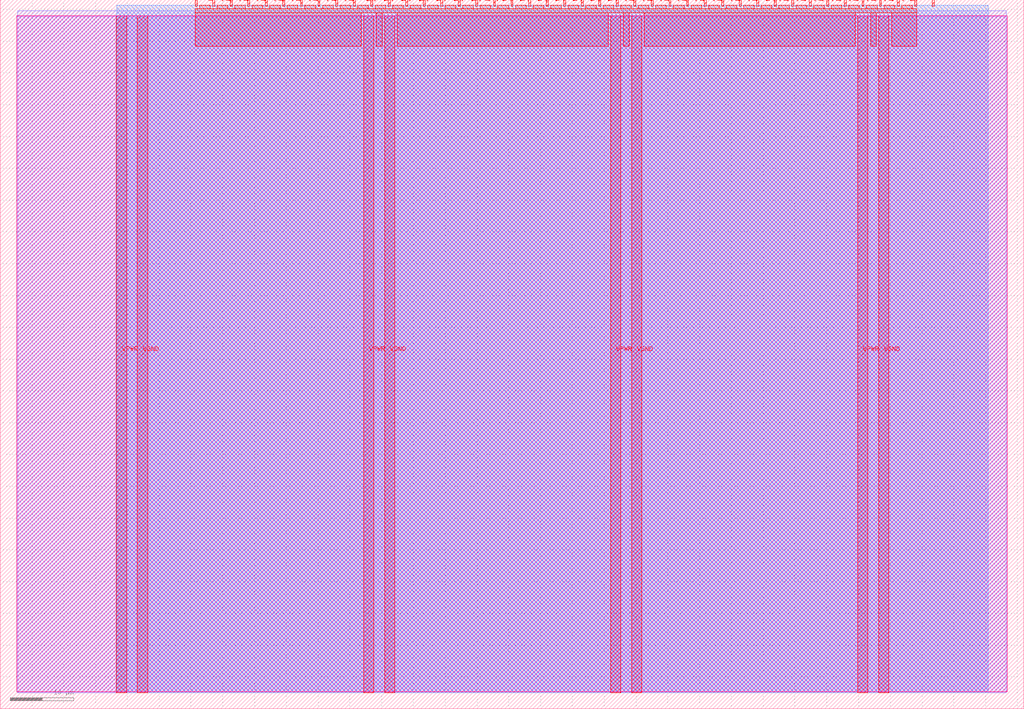
<source format=lef>
VERSION 5.7 ;
  NOWIREEXTENSIONATPIN ON ;
  DIVIDERCHAR "/" ;
  BUSBITCHARS "[]" ;
MACRO tt_um_wokwi_446847576277095425
  CLASS BLOCK ;
  FOREIGN tt_um_wokwi_446847576277095425 ;
  ORIGIN 0.000 0.000 ;
  SIZE 161.000 BY 111.520 ;
  PIN VGND
    DIRECTION INOUT ;
    USE GROUND ;
    PORT
      LAYER met4 ;
        RECT 21.580 2.480 23.180 109.040 ;
    END
    PORT
      LAYER met4 ;
        RECT 60.450 2.480 62.050 109.040 ;
    END
    PORT
      LAYER met4 ;
        RECT 99.320 2.480 100.920 109.040 ;
    END
    PORT
      LAYER met4 ;
        RECT 138.190 2.480 139.790 109.040 ;
    END
  END VGND
  PIN VPWR
    DIRECTION INOUT ;
    USE POWER ;
    PORT
      LAYER met4 ;
        RECT 18.280 2.480 19.880 109.040 ;
    END
    PORT
      LAYER met4 ;
        RECT 57.150 2.480 58.750 109.040 ;
    END
    PORT
      LAYER met4 ;
        RECT 96.020 2.480 97.620 109.040 ;
    END
    PORT
      LAYER met4 ;
        RECT 134.890 2.480 136.490 109.040 ;
    END
  END VPWR
  PIN clk
    DIRECTION INPUT ;
    USE SIGNAL ;
    ANTENNAGATEAREA 0.852000 ;
    PORT
      LAYER met4 ;
        RECT 143.830 110.520 144.130 111.520 ;
    END
  END clk
  PIN ena
    DIRECTION INPUT ;
    USE SIGNAL ;
    PORT
      LAYER met4 ;
        RECT 146.590 110.520 146.890 111.520 ;
    END
  END ena
  PIN rst_n
    DIRECTION INPUT ;
    USE SIGNAL ;
    ANTENNAGATEAREA 0.196500 ;
    PORT
      LAYER met4 ;
        RECT 141.070 110.520 141.370 111.520 ;
    END
  END rst_n
  PIN ui_in[0]
    DIRECTION INPUT ;
    USE SIGNAL ;
    ANTENNAGATEAREA 0.196500 ;
    PORT
      LAYER met4 ;
        RECT 138.310 110.520 138.610 111.520 ;
    END
  END ui_in[0]
  PIN ui_in[1]
    DIRECTION INPUT ;
    USE SIGNAL ;
    PORT
      LAYER met4 ;
        RECT 135.550 110.520 135.850 111.520 ;
    END
  END ui_in[1]
  PIN ui_in[2]
    DIRECTION INPUT ;
    USE SIGNAL ;
    PORT
      LAYER met4 ;
        RECT 132.790 110.520 133.090 111.520 ;
    END
  END ui_in[2]
  PIN ui_in[3]
    DIRECTION INPUT ;
    USE SIGNAL ;
    PORT
      LAYER met4 ;
        RECT 130.030 110.520 130.330 111.520 ;
    END
  END ui_in[3]
  PIN ui_in[4]
    DIRECTION INPUT ;
    USE SIGNAL ;
    PORT
      LAYER met4 ;
        RECT 127.270 110.520 127.570 111.520 ;
    END
  END ui_in[4]
  PIN ui_in[5]
    DIRECTION INPUT ;
    USE SIGNAL ;
    PORT
      LAYER met4 ;
        RECT 124.510 110.520 124.810 111.520 ;
    END
  END ui_in[5]
  PIN ui_in[6]
    DIRECTION INPUT ;
    USE SIGNAL ;
    PORT
      LAYER met4 ;
        RECT 121.750 110.520 122.050 111.520 ;
    END
  END ui_in[6]
  PIN ui_in[7]
    DIRECTION INPUT ;
    USE SIGNAL ;
    PORT
      LAYER met4 ;
        RECT 118.990 110.520 119.290 111.520 ;
    END
  END ui_in[7]
  PIN uio_in[0]
    DIRECTION INPUT ;
    USE SIGNAL ;
    PORT
      LAYER met4 ;
        RECT 116.230 110.520 116.530 111.520 ;
    END
  END uio_in[0]
  PIN uio_in[1]
    DIRECTION INPUT ;
    USE SIGNAL ;
    PORT
      LAYER met4 ;
        RECT 113.470 110.520 113.770 111.520 ;
    END
  END uio_in[1]
  PIN uio_in[2]
    DIRECTION INPUT ;
    USE SIGNAL ;
    PORT
      LAYER met4 ;
        RECT 110.710 110.520 111.010 111.520 ;
    END
  END uio_in[2]
  PIN uio_in[3]
    DIRECTION INPUT ;
    USE SIGNAL ;
    PORT
      LAYER met4 ;
        RECT 107.950 110.520 108.250 111.520 ;
    END
  END uio_in[3]
  PIN uio_in[4]
    DIRECTION INPUT ;
    USE SIGNAL ;
    PORT
      LAYER met4 ;
        RECT 105.190 110.520 105.490 111.520 ;
    END
  END uio_in[4]
  PIN uio_in[5]
    DIRECTION INPUT ;
    USE SIGNAL ;
    PORT
      LAYER met4 ;
        RECT 102.430 110.520 102.730 111.520 ;
    END
  END uio_in[5]
  PIN uio_in[6]
    DIRECTION INPUT ;
    USE SIGNAL ;
    PORT
      LAYER met4 ;
        RECT 99.670 110.520 99.970 111.520 ;
    END
  END uio_in[6]
  PIN uio_in[7]
    DIRECTION INPUT ;
    USE SIGNAL ;
    PORT
      LAYER met4 ;
        RECT 96.910 110.520 97.210 111.520 ;
    END
  END uio_in[7]
  PIN uio_oe[0]
    DIRECTION OUTPUT ;
    USE SIGNAL ;
    PORT
      LAYER met4 ;
        RECT 49.990 110.520 50.290 111.520 ;
    END
  END uio_oe[0]
  PIN uio_oe[1]
    DIRECTION OUTPUT ;
    USE SIGNAL ;
    PORT
      LAYER met4 ;
        RECT 47.230 110.520 47.530 111.520 ;
    END
  END uio_oe[1]
  PIN uio_oe[2]
    DIRECTION OUTPUT ;
    USE SIGNAL ;
    PORT
      LAYER met4 ;
        RECT 44.470 110.520 44.770 111.520 ;
    END
  END uio_oe[2]
  PIN uio_oe[3]
    DIRECTION OUTPUT ;
    USE SIGNAL ;
    PORT
      LAYER met4 ;
        RECT 41.710 110.520 42.010 111.520 ;
    END
  END uio_oe[3]
  PIN uio_oe[4]
    DIRECTION OUTPUT ;
    USE SIGNAL ;
    PORT
      LAYER met4 ;
        RECT 38.950 110.520 39.250 111.520 ;
    END
  END uio_oe[4]
  PIN uio_oe[5]
    DIRECTION OUTPUT ;
    USE SIGNAL ;
    PORT
      LAYER met4 ;
        RECT 36.190 110.520 36.490 111.520 ;
    END
  END uio_oe[5]
  PIN uio_oe[6]
    DIRECTION OUTPUT ;
    USE SIGNAL ;
    PORT
      LAYER met4 ;
        RECT 33.430 110.520 33.730 111.520 ;
    END
  END uio_oe[6]
  PIN uio_oe[7]
    DIRECTION OUTPUT ;
    USE SIGNAL ;
    PORT
      LAYER met4 ;
        RECT 30.670 110.520 30.970 111.520 ;
    END
  END uio_oe[7]
  PIN uio_out[0]
    DIRECTION OUTPUT ;
    USE SIGNAL ;
    ANTENNADIFFAREA 0.445500 ;
    PORT
      LAYER met4 ;
        RECT 72.070 110.520 72.370 111.520 ;
    END
  END uio_out[0]
  PIN uio_out[1]
    DIRECTION OUTPUT ;
    USE SIGNAL ;
    ANTENNADIFFAREA 0.445500 ;
    PORT
      LAYER met4 ;
        RECT 69.310 110.520 69.610 111.520 ;
    END
  END uio_out[1]
  PIN uio_out[2]
    DIRECTION OUTPUT ;
    USE SIGNAL ;
    ANTENNADIFFAREA 0.445500 ;
    PORT
      LAYER met4 ;
        RECT 66.550 110.520 66.850 111.520 ;
    END
  END uio_out[2]
  PIN uio_out[3]
    DIRECTION OUTPUT ;
    USE SIGNAL ;
    ANTENNADIFFAREA 0.445500 ;
    PORT
      LAYER met4 ;
        RECT 63.790 110.520 64.090 111.520 ;
    END
  END uio_out[3]
  PIN uio_out[4]
    DIRECTION OUTPUT ;
    USE SIGNAL ;
    ANTENNADIFFAREA 0.445500 ;
    PORT
      LAYER met4 ;
        RECT 61.030 110.520 61.330 111.520 ;
    END
  END uio_out[4]
  PIN uio_out[5]
    DIRECTION OUTPUT ;
    USE SIGNAL ;
    ANTENNADIFFAREA 0.445500 ;
    PORT
      LAYER met4 ;
        RECT 58.270 110.520 58.570 111.520 ;
    END
  END uio_out[5]
  PIN uio_out[6]
    DIRECTION OUTPUT ;
    USE SIGNAL ;
    ANTENNADIFFAREA 1.336500 ;
    PORT
      LAYER met4 ;
        RECT 55.510 110.520 55.810 111.520 ;
    END
  END uio_out[6]
  PIN uio_out[7]
    DIRECTION OUTPUT ;
    USE SIGNAL ;
    ANTENNADIFFAREA 1.782000 ;
    PORT
      LAYER met4 ;
        RECT 52.750 110.520 53.050 111.520 ;
    END
  END uio_out[7]
  PIN uo_out[0]
    DIRECTION OUTPUT ;
    USE SIGNAL ;
    ANTENNADIFFAREA 0.445500 ;
    PORT
      LAYER met4 ;
        RECT 94.150 110.520 94.450 111.520 ;
    END
  END uo_out[0]
  PIN uo_out[1]
    DIRECTION OUTPUT ;
    USE SIGNAL ;
    ANTENNADIFFAREA 0.445500 ;
    PORT
      LAYER met4 ;
        RECT 91.390 110.520 91.690 111.520 ;
    END
  END uo_out[1]
  PIN uo_out[2]
    DIRECTION OUTPUT ;
    USE SIGNAL ;
    ANTENNADIFFAREA 0.795200 ;
    PORT
      LAYER met4 ;
        RECT 88.630 110.520 88.930 111.520 ;
    END
  END uo_out[2]
  PIN uo_out[3]
    DIRECTION OUTPUT ;
    USE SIGNAL ;
    ANTENNADIFFAREA 0.795200 ;
    PORT
      LAYER met4 ;
        RECT 85.870 110.520 86.170 111.520 ;
    END
  END uo_out[3]
  PIN uo_out[4]
    DIRECTION OUTPUT ;
    USE SIGNAL ;
    ANTENNADIFFAREA 0.445500 ;
    PORT
      LAYER met4 ;
        RECT 83.110 110.520 83.410 111.520 ;
    END
  END uo_out[4]
  PIN uo_out[5]
    DIRECTION OUTPUT ;
    USE SIGNAL ;
    ANTENNADIFFAREA 0.445500 ;
    PORT
      LAYER met4 ;
        RECT 80.350 110.520 80.650 111.520 ;
    END
  END uo_out[5]
  PIN uo_out[6]
    DIRECTION OUTPUT ;
    USE SIGNAL ;
    ANTENNADIFFAREA 0.445500 ;
    PORT
      LAYER met4 ;
        RECT 77.590 110.520 77.890 111.520 ;
    END
  END uo_out[6]
  PIN uo_out[7]
    DIRECTION OUTPUT ;
    USE SIGNAL ;
    ANTENNADIFFAREA 0.445500 ;
    PORT
      LAYER met4 ;
        RECT 74.830 110.520 75.130 111.520 ;
    END
  END uo_out[7]
  OBS
      LAYER nwell ;
        RECT 2.570 2.635 158.430 108.990 ;
      LAYER li1 ;
        RECT 2.760 2.635 158.240 108.885 ;
      LAYER met1 ;
        RECT 2.760 2.480 158.240 109.780 ;
      LAYER met2 ;
        RECT 18.310 2.535 155.390 110.685 ;
      LAYER met3 ;
        RECT 18.290 2.555 155.415 110.665 ;
      LAYER met4 ;
        RECT 31.370 110.120 33.030 110.665 ;
        RECT 34.130 110.120 35.790 110.665 ;
        RECT 36.890 110.120 38.550 110.665 ;
        RECT 39.650 110.120 41.310 110.665 ;
        RECT 42.410 110.120 44.070 110.665 ;
        RECT 45.170 110.120 46.830 110.665 ;
        RECT 47.930 110.120 49.590 110.665 ;
        RECT 50.690 110.120 52.350 110.665 ;
        RECT 53.450 110.120 55.110 110.665 ;
        RECT 56.210 110.120 57.870 110.665 ;
        RECT 58.970 110.120 60.630 110.665 ;
        RECT 61.730 110.120 63.390 110.665 ;
        RECT 64.490 110.120 66.150 110.665 ;
        RECT 67.250 110.120 68.910 110.665 ;
        RECT 70.010 110.120 71.670 110.665 ;
        RECT 72.770 110.120 74.430 110.665 ;
        RECT 75.530 110.120 77.190 110.665 ;
        RECT 78.290 110.120 79.950 110.665 ;
        RECT 81.050 110.120 82.710 110.665 ;
        RECT 83.810 110.120 85.470 110.665 ;
        RECT 86.570 110.120 88.230 110.665 ;
        RECT 89.330 110.120 90.990 110.665 ;
        RECT 92.090 110.120 93.750 110.665 ;
        RECT 94.850 110.120 96.510 110.665 ;
        RECT 97.610 110.120 99.270 110.665 ;
        RECT 100.370 110.120 102.030 110.665 ;
        RECT 103.130 110.120 104.790 110.665 ;
        RECT 105.890 110.120 107.550 110.665 ;
        RECT 108.650 110.120 110.310 110.665 ;
        RECT 111.410 110.120 113.070 110.665 ;
        RECT 114.170 110.120 115.830 110.665 ;
        RECT 116.930 110.120 118.590 110.665 ;
        RECT 119.690 110.120 121.350 110.665 ;
        RECT 122.450 110.120 124.110 110.665 ;
        RECT 125.210 110.120 126.870 110.665 ;
        RECT 127.970 110.120 129.630 110.665 ;
        RECT 130.730 110.120 132.390 110.665 ;
        RECT 133.490 110.120 135.150 110.665 ;
        RECT 136.250 110.120 137.910 110.665 ;
        RECT 139.010 110.120 140.670 110.665 ;
        RECT 141.770 110.120 143.430 110.665 ;
        RECT 30.655 109.440 144.145 110.120 ;
        RECT 30.655 104.215 56.750 109.440 ;
        RECT 59.150 104.215 60.050 109.440 ;
        RECT 62.450 104.215 95.620 109.440 ;
        RECT 98.020 104.215 98.920 109.440 ;
        RECT 101.320 104.215 134.490 109.440 ;
        RECT 136.890 104.215 137.790 109.440 ;
        RECT 140.190 104.215 144.145 109.440 ;
  END
END tt_um_wokwi_446847576277095425
END LIBRARY


</source>
